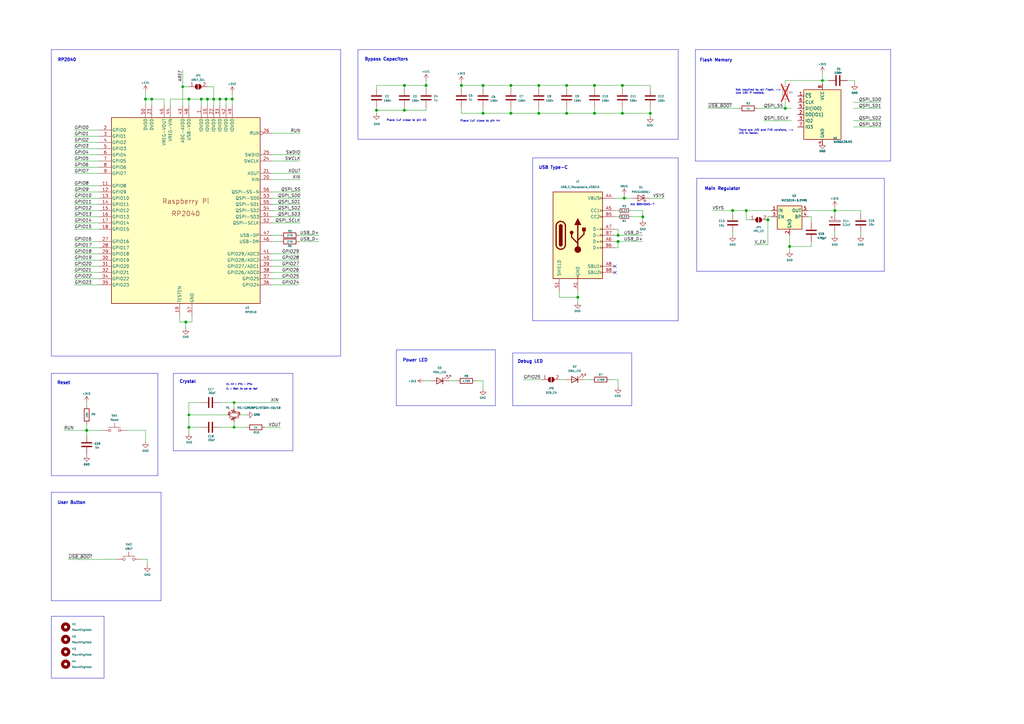
<source format=kicad_sch>
(kicad_sch (version 20230121) (generator eeschema)
  (paper "A3")
  (title_block (title "Mitayi Pico - Schematic") (date "2023-02-20") (rev "0.5") (company "CIRCUITSTATE Electronics LLP") (comment 1 "Designed by Vishnu Mohanan") (comment 2 "Copyright 2021-2023 CIRCUITSTATE Electronics LLP") (comment 3 "Released under MIT Open-source License"))
  (junction (at 220.98 35.052) (diameter 1.016))
  (junction (at 62.23 40.64) (diameter 1.016))
  (junction (at 77.47 175.26) (diameter 1.016))
  (junction (at 220.98 46.482) (diameter 1.016))
  (junction (at 209.55 46.482) (diameter 1.016))
  (junction (at 255.27 46.482) (diameter 1.016))
  (junction (at 243.84 46.482) (diameter 1.016))
  (junction (at 77.47 170.18))
  (junction (at 322.072 44.45) (diameter 1.016))
  (junction (at 76.2 132.08) (diameter 1.016))
  (junction (at 253.492 99.06) (diameter 1.016))
  (junction (at 189.23 35.052) (diameter 1.016))
  (junction (at 243.84 35.052) (diameter 1.016))
  (junction (at 95.25 40.64) (diameter 1.016))
  (junction (at 154.432 45.212) (diameter 1.016))
  (junction (at 198.12 46.482) (diameter 1.016))
  (junction (at 300.482 86.36) (diameter 1.016))
  (junction (at 232.41 35.052) (diameter 1.016))
  (junction (at 85.09 40.64) (diameter 1.016))
  (junction (at 253.492 96.52) (diameter 1.016))
  (junction (at 174.752 35.052) (diameter 1.016))
  (junction (at 165.862 35.052) (diameter 1.016))
  (junction (at 90.17 40.64) (diameter 1.016))
  (junction (at 35.56 176.53) (diameter 1.016))
  (junction (at 198.12 35.052) (diameter 1.016))
  (junction (at 74.93 35.56))
  (junction (at 92.71 40.64) (diameter 1.016))
  (junction (at 59.69 40.64) (diameter 1.016))
  (junction (at 87.63 40.64) (diameter 1.016))
  (junction (at 232.41 46.482) (diameter 1.016))
  (junction (at 256.032 81.28) (diameter 1.016))
  (junction (at 323.85 101.092) (diameter 1.016))
  (junction (at 77.47 40.64) (diameter 1.016))
  (junction (at 255.27 35.052) (diameter 1.016))
  (junction (at 96.012 175.26))
  (junction (at 342.392 86.36) (diameter 1.016))
  (junction (at 337.312 33.02))
  (junction (at 82.55 40.64) (diameter 1.016))
  (junction (at 306.07 86.36) (diameter 1.016))
  (junction (at 314.96 90.17) (diameter 1.016))
  (junction (at 236.982 121.92) (diameter 1.016))
  (junction (at 209.55 35.052) (diameter 1.016))
  (junction (at 266.7 46.482) (diameter 1.016))
  (junction (at 165.862 45.212) (diameter 1.016))
  (junction (at 263.652 88.9) (diameter 1.016))
  (junction (at 96.012 165.1))
  (no_connect (at 252.222 109.22))
  (no_connect (at 252.222 111.76))
  (wire (pts (xy 111.76 73.66) (xy 123.19 73.66)))
  (wire (pts (xy 232.41 36.322) (xy 232.41 35.052)))
  (wire (pts (xy 30.48 83.82) (xy 40.64 83.82)))
  (wire (pts (xy 174.752 43.942) (xy 174.752 45.212)))
  (wire (pts (xy 174.752 45.212) (xy 165.862 45.212)))
  (wire (pts (xy 30.48 53.34) (xy 40.64 53.34)))
  (wire (pts (xy 111.76 86.36) (xy 123.19 86.36)))
  (polyline (pts (xy 42.672 252.73) (xy 42.672 278.13)))
  (wire (pts (xy 220.98 35.052) (xy 232.41 35.052)))
  (wire (pts (xy 74.93 28.702) (xy 74.93 35.56)))
  (polyline (pts (xy 21.082 201.93) (xy 21.082 246.38)))
  (wire (pts (xy 74.93 35.56) (xy 77.47 35.56)))
  (wire (pts (xy 255.27 46.482) (xy 266.7 46.482)))
  (polyline (pts (xy 278.13 64.77) (xy 278.13 131.572)))
  (wire (pts (xy 111.76 63.5) (xy 123.19 63.5)))
  (wire (pts (xy 173.99 156.21) (xy 176.53 156.21)))
  (wire (pts (xy 337.312 29.972) (xy 337.312 33.02)))
  (polyline (pts (xy 365.252 20.32) (xy 365.252 66.04)))
  (polyline (pts (xy 120.142 184.912) (xy 71.12 184.912)))
  (wire (pts (xy 165.862 36.322) (xy 165.862 35.052)))
  (wire (pts (xy 59.69 37.592) (xy 59.69 40.64)))
  (wire (pts (xy 59.69 40.64) (xy 59.69 43.18)))
  (wire (pts (xy 82.55 175.26) (xy 77.47 175.26)))
  (wire (pts (xy 310.642 44.45) (xy 322.072 44.45)))
  (polyline (pts (xy 21.082 153.162) (xy 21.082 195.072)))
  (polyline (pts (xy 365.252 66.04) (xy 285.242 66.04)))
  (wire (pts (xy 30.48 111.76) (xy 40.64 111.76)))
  (wire (pts (xy 111.76 116.84) (xy 122.682 116.84)))
  (wire (pts (xy 111.76 111.76) (xy 122.682 111.76)))
  (wire (pts (xy 232.41 35.052) (xy 243.84 35.052)))
  (wire (pts (xy 26.162 176.53) (xy 35.56 176.53)))
  (wire (pts (xy 35.56 176.53) (xy 41.91 176.53)))
  (wire (pts (xy 198.12 35.052) (xy 209.55 35.052)))
  (wire (pts (xy 77.47 175.26) (xy 77.47 177.8)))
  (polyline (pts (xy 66.04 246.38) (xy 21.082 246.38)))
  (polyline (pts (xy 120.142 153.162) (xy 120.142 184.912)))
  (wire (pts (xy 76.2 132.08) (xy 78.74 132.08)))
  (wire (pts (xy 78.74 132.08) (xy 78.74 129.54)))
  (wire (pts (xy 184.15 156.21) (xy 187.452 156.21)))
  (wire (pts (xy 30.48 58.42) (xy 40.64 58.42)))
  (wire (pts (xy 198.12 156.21) (xy 198.12 159.512)))
  (wire (pts (xy 195.072 156.21) (xy 198.12 156.21)))
  (wire (pts (xy 77.47 40.64) (xy 82.55 40.64)))
  (wire (pts (xy 255.27 46.482) (xy 243.84 46.482)))
  (wire (pts (xy 95.25 38.1) (xy 95.25 40.64)))
  (wire (pts (xy 69.85 40.64) (xy 77.47 40.64)))
  (polyline (pts (xy 285.242 20.32) (xy 365.252 20.32)))
  (polyline (pts (xy 278.13 20.32) (xy 278.13 57.15)))
  (wire (pts (xy 220.98 46.482) (xy 209.55 46.482)))
  (polyline (pts (xy 210.312 144.78) (xy 259.08 144.78)))
  (wire (pts (xy 256.032 81.28) (xy 259.08 81.28)))
  (polyline (pts (xy 21.082 20.32) (xy 21.082 146.05)))
  (wire (pts (xy 252.222 88.9) (xy 253.492 88.9)))
  (wire (pts (xy 35.56 173.99) (xy 35.56 176.53)))
  (polyline (pts (xy 162.56 143.51) (xy 162.56 166.37)))
  (wire (pts (xy 96.012 165.1) (xy 114.3 165.1)))
  (wire (pts (xy 30.48 76.2) (xy 40.64 76.2)))
  (wire (pts (xy 30.48 86.36) (xy 40.64 86.36)))
  (wire (pts (xy 306.07 86.36) (xy 316.23 86.36)))
  (wire (pts (xy 189.23 43.942) (xy 189.23 46.482)))
  (wire (pts (xy 189.23 46.482) (xy 198.12 46.482)))
  (wire (pts (xy 255.27 43.942) (xy 255.27 46.482)))
  (wire (pts (xy 108.712 175.26) (xy 115.062 175.26)))
  (wire (pts (xy 337.312 33.02) (xy 339.852 33.02)))
  (wire (pts (xy 85.09 35.56) (xy 87.63 35.56)))
  (wire (pts (xy 30.48 93.98) (xy 40.64 93.98)))
  (wire (pts (xy 332.74 99.06) (xy 332.74 101.092)))
  (wire (pts (xy 243.84 36.322) (xy 243.84 35.052)))
  (wire (pts (xy 313.182 49.53) (xy 324.612 49.53)))
  (wire (pts (xy 30.48 78.74) (xy 40.64 78.74)))
  (wire (pts (xy 165.862 45.212) (xy 165.862 43.942)))
  (wire (pts (xy 322.072 34.29) (xy 322.072 33.02)))
  (wire (pts (xy 111.76 78.74) (xy 123.19 78.74)))
  (wire (pts (xy 77.47 170.18) (xy 93.472 170.18)))
  (wire (pts (xy 236.982 119.38) (xy 236.982 121.92)))
  (wire (pts (xy 236.982 121.92) (xy 236.982 123.952)))
  (polyline (pts (xy 21.082 201.93) (xy 66.04 201.93)))
  (wire (pts (xy 306.07 86.36) (xy 306.07 90.17)))
  (wire (pts (xy 229.362 119.38) (xy 229.362 121.92)))
  (wire (pts (xy 229.362 121.92) (xy 236.982 121.92)))
  (wire (pts (xy 52.07 176.53) (xy 59.69 176.53)))
  (wire (pts (xy 258.572 86.36) (xy 263.652 86.36)))
  (wire (pts (xy 263.652 86.36) (xy 263.652 88.9)))
  (wire (pts (xy 353.06 95.25) (xy 353.06 96.52)))
  (wire (pts (xy 122.682 96.52) (xy 130.81 96.52)))
  (wire (pts (xy 300.482 95.25) (xy 300.482 96.52)))
  (polyline (pts (xy 42.672 278.13) (xy 21.082 278.13)))
  (wire (pts (xy 292.1 86.36) (xy 300.482 86.36)))
  (wire (pts (xy 30.48 63.5) (xy 40.64 63.5)))
  (wire (pts (xy 332.74 91.44) (xy 332.74 88.9)))
  (wire (pts (xy 30.48 81.28) (xy 40.64 81.28)))
  (polyline (pts (xy 362.712 111.252) (xy 285.75 111.252)))
  (wire (pts (xy 111.76 104.14) (xy 122.682 104.14)))
  (wire (pts (xy 111.76 66.04) (xy 123.19 66.04)))
  (wire (pts (xy 96.012 175.26) (xy 101.092 175.26)))
  (wire (pts (xy 342.392 86.36) (xy 353.06 86.36)))
  (wire (pts (xy 353.06 87.63) (xy 353.06 86.36)))
  (wire (pts (xy 60.452 229.362) (xy 57.912 229.362)))
  (wire (pts (xy 300.482 87.63) (xy 300.482 86.36)))
  (wire (pts (xy 229.87 155.702) (xy 231.902 155.702)))
  (polyline (pts (xy 139.7 146.05) (xy 21.082 146.05)))
  (wire (pts (xy 30.48 101.6) (xy 40.64 101.6)))
  (wire (pts (xy 314.96 88.9) (xy 316.23 88.9)))
  (wire (pts (xy 30.48 106.68) (xy 40.64 106.68)))
  (wire (pts (xy 30.48 114.3) (xy 40.64 114.3)))
  (wire (pts (xy 243.84 46.482) (xy 232.41 46.482)))
  (wire (pts (xy 322.072 44.45) (xy 324.612 44.45)))
  (wire (pts (xy 174.752 35.052) (xy 174.752 36.322)))
  (wire (pts (xy 250.19 155.702) (xy 253.492 155.702)))
  (wire (pts (xy 253.492 155.702) (xy 253.492 158.75)))
  (wire (pts (xy 243.84 35.052) (xy 255.27 35.052)))
  (wire (pts (xy 87.63 35.56) (xy 87.63 40.64)))
  (polyline (pts (xy 71.12 153.162) (xy 120.142 153.162)))
  (wire (pts (xy 30.48 55.88) (xy 40.64 55.88)))
  (wire (pts (xy 209.55 35.052) (xy 220.98 35.052)))
  (wire (pts (xy 96.012 172.72) (xy 96.012 175.26)))
  (wire (pts (xy 111.76 83.82) (xy 123.19 83.82)))
  (wire (pts (xy 255.27 36.322) (xy 255.27 35.052)))
  (wire (pts (xy 342.392 86.36) (xy 342.392 87.63)))
  (wire (pts (xy 174.752 33.02) (xy 174.752 35.052)))
  (wire (pts (xy 214.63 155.702) (xy 222.25 155.702)))
  (wire (pts (xy 111.76 88.9) (xy 123.19 88.9)))
  (wire (pts (xy 198.12 36.322) (xy 198.12 35.052)))
  (polyline (pts (xy 21.082 153.162) (xy 64.77 153.162)))
  (wire (pts (xy 220.98 43.942) (xy 220.98 46.482)))
  (wire (pts (xy 189.23 35.052) (xy 189.23 36.322)))
  (wire (pts (xy 111.76 114.3) (xy 122.682 114.3)))
  (wire (pts (xy 59.69 176.53) (xy 59.69 181.102)))
  (wire (pts (xy 111.76 99.06) (xy 115.062 99.06)))
  (wire (pts (xy 122.682 99.06) (xy 130.81 99.06)))
  (wire (pts (xy 30.48 88.9) (xy 40.64 88.9)))
  (polyline (pts (xy 218.44 64.77) (xy 218.44 131.572)))
  (polyline (pts (xy 146.812 20.32) (xy 146.812 57.15)))
  (wire (pts (xy 220.98 36.322) (xy 220.98 35.052)))
  (polyline (pts (xy 162.56 143.51) (xy 203.2 143.51)))
  (wire (pts (xy 266.7 81.28) (xy 272.542 81.28)))
  (wire (pts (xy 314.96 88.9) (xy 314.96 90.17)))
  (wire (pts (xy 258.572 88.9) (xy 263.652 88.9)))
  (wire (pts (xy 263.652 88.9) (xy 263.652 90.17)))
  (polyline (pts (xy 21.082 252.73) (xy 42.672 252.73)))
  (wire (pts (xy 165.862 35.052) (xy 174.752 35.052)))
  (wire (pts (xy 209.55 36.322) (xy 209.55 35.052)))
  (wire (pts (xy 332.74 101.092) (xy 323.85 101.092)))
  (wire (pts (xy 35.56 186.182) (xy 35.56 186.69)))
  (wire (pts (xy 69.85 43.18) (xy 69.85 40.64)))
  (wire (pts (xy 45.5995 229.362) (xy 47.752 229.362)))
  (wire (pts (xy 154.432 45.212) (xy 154.432 46.482)))
  (wire (pts (xy 27.9773 229.4751) (xy 40.6773 229.4751)))
  (wire (pts (xy 331.47 86.36) (xy 342.392 86.36)))
  (wire (pts (xy 154.432 35.052) (xy 165.862 35.052)))
  (polyline (pts (xy 285.75 73.152) (xy 362.712 73.152)))
  (wire (pts (xy 111.76 96.52) (xy 115.062 96.52)))
  (wire (pts (xy 350.012 41.91) (xy 361.442 41.91)))
  (wire (pts (xy 77.47 165.1) (xy 77.47 170.18)))
  (wire (pts (xy 73.66 132.08) (xy 73.66 129.54)))
  (wire (pts (xy 76.2 132.08) (xy 73.66 132.08)))
  (wire (pts (xy 76.2 134.62) (xy 76.2 132.08)))
  (wire (pts (xy 30.48 116.84) (xy 40.64 116.84)))
  (wire (pts (xy 342.392 85.09) (xy 342.392 86.36)))
  (polyline (pts (xy 285.75 73.152) (xy 285.75 111.252)))
  (wire (pts (xy 90.17 175.26) (xy 96.012 175.26)))
  (wire (pts (xy 255.27 35.052) (xy 266.7 35.052)))
  (polyline (pts (xy 278.13 131.572) (xy 218.44 131.572)))
  (polyline (pts (xy 203.2 166.37) (xy 162.56 166.37)))
  (wire (pts (xy 209.55 43.942) (xy 209.55 46.482)))
  (wire (pts (xy 111.76 54.61) (xy 123.19 54.61)))
  (polyline (pts (xy 71.12 153.162) (xy 71.12 184.912)))
  (wire (pts (xy 209.55 46.482) (xy 198.12 46.482)))
  (wire (pts (xy 266.7 46.482) (xy 266.7 47.752)))
  (wire (pts (xy 350.012 44.45) (xy 361.442 44.45)))
  (wire (pts (xy 111.76 106.68) (xy 122.682 106.68)))
  (wire (pts (xy 332.74 88.9) (xy 331.47 88.9)))
  (wire (pts (xy 35.56 176.53) (xy 35.56 178.562)))
  (wire (pts (xy 303.022 44.45) (xy 290.322 44.45)))
  (wire (pts (xy 30.48 104.14) (xy 40.64 104.14)))
  (wire (pts (xy 30.48 68.58) (xy 40.64 68.58)))
  (wire (pts (xy 252.222 81.28) (xy 256.032 81.28)))
  (wire (pts (xy 256.032 81.28) (xy 256.032 80.01)))
  (wire (pts (xy 252.222 93.98) (xy 253.492 93.98)))
  (wire (pts (xy 253.492 93.98) (xy 253.492 96.52)))
  (polyline (pts (xy 21.082 252.73) (xy 21.082 278.13)))
  (wire (pts (xy 60.452 231.902) (xy 60.452 229.362)))
  (polyline (pts (xy 64.77 153.162) (xy 64.77 195.072)))
  (wire (pts (xy 342.392 95.25) (xy 342.392 96.52)))
  (wire (pts (xy 232.41 43.942) (xy 232.41 46.482)))
  (wire (pts (xy 337.312 33.02) (xy 337.312 36.83)))
  (wire (pts (xy 92.71 40.64) (xy 92.71 43.18)))
  (wire (pts (xy 111.76 91.44) (xy 123.19 91.44)))
  (wire (pts (xy 154.432 45.212) (xy 165.862 45.212)))
  (wire (pts (xy 92.71 40.64) (xy 95.25 40.64)))
  (wire (pts (xy 95.25 43.18) (xy 95.25 40.64)))
  (wire (pts (xy 323.85 101.092) (xy 323.85 102.87)))
  (polyline (pts (xy 362.712 73.152) (xy 362.712 111.252)))
  (wire (pts (xy 96.012 165.1) (xy 96.012 167.64)))
  (wire (pts (xy 252.222 99.06) (xy 253.492 99.06)))
  (wire (pts (xy 253.492 99.06) (xy 263.652 99.06)))
  (wire (pts (xy 252.222 86.36) (xy 253.492 86.36)))
  (wire (pts (xy 74.93 35.56) (xy 74.93 43.18)))
  (polyline (pts (xy 278.13 57.15) (xy 146.812 57.15)))
  (wire (pts (xy 347.472 33.02) (xy 350.52 33.02)))
  (wire (pts (xy 350.52 33.02) (xy 350.52 34.29)))
  (polyline (pts (xy 66.04 201.93) (xy 66.04 246.38)))
  (wire (pts (xy 154.432 43.942) (xy 154.432 45.212)))
  (wire (pts (xy 306.07 90.17) (xy 307.34 90.17)))
  (wire (pts (xy 198.12 43.942) (xy 198.12 46.482)))
  (wire (pts (xy 266.7 43.942) (xy 266.7 46.482)))
  (wire (pts (xy 239.522 155.702) (xy 242.57 155.702)))
  (polyline (pts (xy 21.082 20.32) (xy 139.7 20.32)))
  (wire (pts (xy 77.47 43.18) (xy 77.47 40.64)))
  (polyline (pts (xy 139.7 20.32) (xy 139.7 146.05)))
  (wire (pts (xy 309.372 100.33) (xy 314.96 100.33)))
  (wire (pts (xy 314.96 100.33) (xy 314.96 90.17)))
  (wire (pts (xy 98.552 170.18) (xy 101.092 170.18)))
  (wire (pts (xy 189.23 33.782) (xy 189.23 35.052)))
  (wire (pts (xy 30.48 60.96) (xy 40.64 60.96)))
  (polyline (pts (xy 218.44 64.77) (xy 278.13 64.77)))
  (wire (pts (xy 30.48 99.06) (xy 40.64 99.06)))
  (polyline (pts (xy 203.2 143.51) (xy 203.2 166.37)))
  (wire (pts (xy 323.85 96.52) (xy 323.85 101.092)))
  (wire (pts (xy 350.012 52.07) (xy 361.442 52.07)))
  (wire (pts (xy 189.23 35.052) (xy 198.12 35.052)))
  (wire (pts (xy 90.17 43.18) (xy 90.17 40.64)))
  (wire (pts (xy 111.76 109.22) (xy 122.682 109.22)))
  (wire (pts (xy 82.55 165.1) (xy 77.47 165.1)))
  (wire (pts (xy 59.69 40.64) (xy 62.23 40.64)))
  (wire (pts (xy 62.23 43.18) (xy 62.23 40.64)))
  (wire (pts (xy 85.09 40.64) (xy 87.63 40.64)))
  (wire (pts (xy 87.63 40.64) (xy 90.17 40.64)))
  (wire (pts (xy 87.63 43.18) (xy 87.63 40.64)))
  (wire (pts (xy 90.17 40.64) (xy 92.71 40.64)))
  (polyline (pts (xy 259.08 144.78) (xy 259.08 166.37)))
  (wire (pts (xy 40.6773 229.4751) (xy 45.5995 229.362)))
  (wire (pts (xy 252.222 101.6) (xy 253.492 101.6)))
  (wire (pts (xy 253.492 101.6) (xy 253.492 99.06)))
  (polyline (pts (xy 64.77 195.072) (xy 21.082 195.072)))
  (wire (pts (xy 322.072 41.91) (xy 322.072 44.45)))
  (wire (pts (xy 252.222 96.52) (xy 253.492 96.52)))
  (wire (pts (xy 253.492 96.52) (xy 263.652 96.52)))
  (wire (pts (xy 67.31 40.64) (xy 62.23 40.64)))
  (wire (pts (xy 67.31 43.18) (xy 67.31 40.64)))
  (wire (pts (xy 90.17 165.1) (xy 96.012 165.1)))
  (wire (pts (xy 30.48 66.04) (xy 40.64 66.04)))
  (wire (pts (xy 322.072 33.02) (xy 337.312 33.02)))
  (wire (pts (xy 77.47 170.18) (xy 77.47 175.26)))
  (wire (pts (xy 111.76 81.28) (xy 123.19 81.28)))
  (polyline (pts (xy 259.08 166.37) (xy 210.312 166.37)))
  (wire (pts (xy 350.012 49.53) (xy 361.442 49.53)))
  (wire (pts (xy 300.482 86.36) (xy 306.07 86.36)))
  (polyline (pts (xy 146.812 20.32) (xy 278.13 20.32)))
  (wire (pts (xy 82.55 40.64) (xy 85.09 40.64)))
  (wire (pts (xy 85.09 43.18) (xy 85.09 40.64)))
  (wire (pts (xy 232.41 46.482) (xy 220.98 46.482)))
  (wire (pts (xy 35.56 165.1) (xy 35.56 166.37)))
  (wire (pts (xy 154.432 36.322) (xy 154.432 35.052)))
  (wire (pts (xy 243.84 43.942) (xy 243.84 46.482)))
  (wire (pts (xy 266.7 36.322) (xy 266.7 35.052)))
  (polyline (pts (xy 210.312 144.78) (xy 210.312 166.37)))
  (wire (pts (xy 111.76 71.12) (xy 123.19 71.12)))
  (wire (pts (xy 30.48 71.12) (xy 40.64 71.12)))
  (polyline (pts (xy 285.242 20.32) (xy 285.242 66.04)))
  (wire (pts (xy 337.312 57.15) (xy 337.312 58.42)))
  (wire (pts (xy 82.55 43.18) (xy 82.55 40.64)))
  (wire (pts (xy 30.48 109.22) (xy 40.64 109.22)))
  (wire (pts (xy 30.48 91.44) (xy 40.64 91.44)))
  (text "USB Type-C" (at 220.853 69.596 0) (effects (font (size 1.27 1.27) (thickness 0.254) bold) (justify left bottom)))
  (text "Main Regulator" (at 288.925 78.232 0) (effects (font (size 1.27 1.27) (thickness 0.254) bold) (justify left bottom)))
  (text "RP2040" (at 23.622 25.4 0) (effects (font (size 1.27 1.27) (thickness 0.254) bold) (justify left bottom)))
  (text "Alt: B0540WS-7" (at 258.445 84.455 0) (effects (font (size 0.8 0.8)) (justify left bottom)))
  (text "Bypass Capacitors" (at 149.479 25.146 0) (effects (font (size 1.27 1.27) (thickness 0.254) bold) (justify left bottom)))
  (text "Place 1uF close to pin 45" (at 158.496 49.911 0) (effects (font (size 0.8 0.8)) (justify left bottom)))
  (text "Debug LED" (at 212.217 149.098 0) (effects (font (size 1.27 1.27) (thickness 0.254) bold) (justify left bottom)))
  (text "There are JVS and FVS versions. ->\nJVS is faster." (at 302.895 55.245 0) (effects (font (size 0.8 0.8)) (justify left bottom)))
  (text "Crystal" (at 73.533 157.353 0) (effects (font (size 1.27 1.27) (thickness 0.254) bold) (justify left bottom)))
  (text "Power LED" (at 165.1 148.59 0) (effects (font (size 1.27 1.27) (thickness 0.254) bold) (justify left bottom)))
  (text "Not required by all Flash. ->\nUse 10K if needed." (at 301.625 38.735 0) (effects (font (size 0.8 0.8)) (justify left bottom)))
  (text "C1, C2 = 2*CL - 2*Cs\n\nCL = 20pF, Cs can be ~5pF" (at 92.71 160.02 0) (effects (font (size 0.6 0.6)) (justify left bottom)))
  (text "Reset" (at 23.368 157.861 0) (effects (font (size 1.27 1.27) (thickness 0.254) bold) (justify left bottom)))
  (text "Place 1uF close to pin 44" (at 188.722 50.165 0) (effects (font (size 0.8 0.8)) (justify left bottom)))
  (text "Flash Memory" (at 286.893 25.527 0) (effects (font (size 1.27 1.27) (thickness 0.254) bold) (justify left bottom)))
  (text "User Button" (at 23.495 207.01 0) (effects (font (size 1.27 1.27) (thickness 0.254) bold) (justify left bottom)))
  (label "QSPI_SS" (at 313.182 44.45 0) (effects (font italic)))
  (label "QSPI_SD3" (at 123.19 88.9 180) (effects (font italic)))
  (label "GPIO9" (at 30.48 78.74 0) (effects (font italic)))
  (label "GPIO6" (at 30.48 68.58 0) (effects (font italic)))
  (label "VSYS" (at 272.542 81.28 180) (effects (font italic)))
  (label "QSPI_SD1" (at 123.19 83.82 180) (effects (font italic)))
  (label "RUN" (at 123.19 54.61 180) (effects (font italic)))
  (label "GPIO25" (at 214.63 155.702 0) (effects (font italic)))
  (label "GPIO4" (at 30.48 63.5 0) (effects (font italic)))
  (label "VSYS" (at 292.1 86.36 0) (effects (font italic)))
  (label "XOUT" (at 123.19 71.12 180) (effects (font italic)))
  (label "GPIO11" (at 30.48 83.82 0) (effects (font italic)))
  (label "USB_D-" (at 263.652 96.52 180) (effects (font italic)))
  (label "GPIO23" (at 30.48 116.84 0) (effects (font italic)))
  (label "GPIO7" (at 30.48 71.12 0) (effects (font italic)))
  (label "USB_D+" (at 130.81 96.52 180) (effects (font italic)))
  (label "QSPI_SCLK" (at 123.19 91.44 180) (effects (font italic)))
  (label "USB_D+" (at 263.652 99.06 180) (effects (font italic)))
  (label "XOUT" (at 115.062 175.26 180) (effects (font italic)))
  (label "QSPI_SD2" (at 361.442 49.53 180) (effects (font italic)))
  (label "GPIO15" (at 30.48 93.98 0) (effects (font italic)))
  (label "QSPI_SD0" (at 123.19 81.28 180) (effects (font italic)))
  (label "QSPI_SD1" (at 361.442 44.45 180) (effects (font italic)))
  (label "GPIO2" (at 30.48 58.42 0) (effects (font italic)))
  (label "RUN" (at 26.162 176.53 0) (effects (font italic)))
  (label "GPIO10" (at 30.48 81.28 0) (effects (font italic)))
  (label "GPIO27" (at 122.682 109.22 180) (effects (font italic)))
  (label "GPIO28" (at 122.682 106.68 180) (effects (font italic)))
  (label "GPIO16" (at 30.48 99.06 0) (effects (font italic)))
  (label "GPIO20" (at 30.48 109.22 0) (effects (font italic)))
  (label "GPIO8" (at 30.48 76.2 0) (effects (font italic)))
  (label "GPIO14" (at 30.48 91.44 0) (effects (font italic)))
  (label "GPIO19" (at 30.48 106.68 0) (effects (font italic)))
  (label "GPIO22" (at 30.48 114.3 0) (effects (font italic)))
  (label "XIN" (at 123.19 73.66 180) (effects (font italic)))
  (label "GPIO12" (at 30.48 86.36 0) (effects (font italic)))
  (label "QSPI_SD3" (at 361.442 52.07 180) (effects (font italic)))
  (label "QSPI_SD2" (at 123.19 86.36 180) (effects (font italic)))
  (label "~{USB_BOOT}" (at 27.9773 229.4751 0) (effects (font italic)))
  (label "GPIO25" (at 122.682 114.3 180) (effects (font italic)))
  (label "AREF" (at 74.93 28.702 270) (effects (font italic)))
  (label "GPIO24" (at 122.682 116.84 180) (effects (font italic)))
  (label "SWDIO" (at 123.19 63.5 180) (effects (font italic)))
  (label "XIN" (at 114.3 165.1 180) (effects (font italic)))
  (label "GPIO5" (at 30.48 66.04 0) (effects (font italic)))
  (label "GPIO1" (at 30.48 55.88 0) (effects (font italic)))
  (label "QSPI_SCLK" (at 313.182 49.53 0) (effects (font italic)))
  (label "QSPI_SS" (at 123.19 78.74 180) (effects (font italic)))
  (label "GPIO3" (at 30.48 60.96 0) (effects (font italic)))
  (label "USB_D-" (at 130.81 99.06 180) (effects (font italic)))
  (label "GPIO21" (at 30.48 111.76 0) (effects (font italic)))
  (label "~{USB_BOOT}" (at 290.322 44.45 0) (effects (font italic)))
  (label "GPIO13" (at 30.48 88.9 0) (effects (font italic)))
  (label "GPIO18" (at 30.48 104.14 0) (effects (font italic)))
  (label "V_EN" (at 309.372 100.33 0) (effects (font italic)))
  (label "GPIO26" (at 122.682 111.76 180) (effects (font italic)))
  (label "GPIO0" (at 30.48 53.34 0) (effects (font italic)))
  (label "SWCLK" (at 123.19 66.04 180) (effects (font italic)))
  (label "GPIO17" (at 30.48 101.6 0) (effects (font italic)))
  (label "GPIO29" (at 122.682 104.14 180) (effects (font italic)))
  (label "QSPI_SD0" (at 361.442 41.91 180) (effects (font italic)))
  (symbol (lib_id "power:GND") (at 353.06 96.52 0) (unit 1)
    (property "Reference" "#PWR019" (effects hide))
    (property "Value" "GND" (at 353.06 100.33 0) (effects (font (size 0.8 0.8))))
  )
  (symbol (lib_id "power:GND") (at 266.7 47.752 0) (unit 1)
    (property "Reference" "#PWR08" (effects hide))
    (property "Value" "GND" (at 266.573 51.3842 0) (effects (font (size 0.8 0.8))))
  )
  (symbol (lib_id "Connector:USB_C_Receptacle_USB2.0") (at 236.982 96.52 0) (unit 1)
    (property "Reference" "J2" (at 236.855 74.422 0) (effects (font (size 0.8 0.8))))
    (property "Value" "USB_C_Receptacle_USB2.0" (at 237.871 76.708 0) (effects (font (size 0.8 0.8))))
    (property "Footprint" "00ProjectFootprints:Korean-Hroparts-Elec_TYPE-C-31-M-12" (effects hide))
    (property "Datasheet" "https://www.usb.org/sites/default/files/documents/usb_type-c.zip" (effects hide))
    (property "JLC" "C5337088" (effects hide))
  )
  (symbol (lib_id "Device:C") (at 86.36 165.1 270) (unit 1)
    (property "Reference" "C17" (at 85.2424 159.639 90) (effects (font (size 0.8 0.8)) (justify left)))
    (property "Value" "30pF" (at 85.471 161.163 90) (effects (font (size 0.8 0.8)) (justify left)))
    (property "Footprint" "Capacitor_SMD:C_0402_1005Metric_Pad0.74x0.62mm_HandSolder" (effects hide))
  )
  (symbol (lib_id "Device:C") (at 174.752 40.132 0) (unit 1)
    (property "Reference" "C4" (at 177.927 39.4716 0) (effects (font (size 0.8 0.8)) (justify left)))
    (property "Value" "1u" (at 177.927 41.021 0) (effects (font (size 0.8 0.8)) (justify left)))
    (property "Footprint" "Capacitor_SMD:C_0402_1005Metric_Pad0.74x0.62mm_HandSolder" (effects hide))
  )
  (symbol (lib_id "power:+3V3") (at 342.392 85.09 0) (unit 1)
    (property "Reference" "#PWR014" (effects hide))
    (property "Value" "+3V3" (at 342.265 81.4578 0) (effects (font (size 0.8 0.8))))
  )
  (symbol (lib_id "power:GND") (at 337.312 58.42 0) (unit 1)
    (property "Reference" "#PWR010" (effects hide))
    (property "Value" "GND" (at 337.312 61.976 0) (effects (font (size 0.8 0.8))))
  )
  (symbol (lib_id "Diode:MBR1020VL") (at 262.89 81.28 180) (unit 1)
    (property "Reference" "D1" (at 262.89 76.835 0) (effects (font (size 0.8 0.8))))
    (property "Value" "PMEG4005EJ" (at 262.89 78.74 0) (effects (font (size 0.8 0.8))))
    (property "Footprint" "Diode_SMD:D_SOD-123F" (effects hide))
    (property "Datasheet" "https://www.onsemi.com/pub/Collateral/MBR1020VL-D.PDF" (effects hide))
  )
  (symbol (lib_id "power:GND") (at 323.85 102.87 0) (unit 1)
    (property "Reference" "#PWR020" (effects hide))
    (property "Value" "GND" (at 323.85 106.68 0) (effects (font (size 0.8 0.8))))
  )
  (symbol (lib_id "Device:C") (at 35.56 182.372 0) (unit 1)
    (property "Reference" "C19" (at 38.735 181.9656 0) (effects (font (size 0.8 0.8)) (justify left)))
    (property "Value" "1u" (at 38.989 183.515 0) (effects (font (size 0.8 0.8)) (justify left)))
    (property "Footprint" "Capacitor_SMD:C_0402_1005Metric_Pad0.74x0.62mm_HandSolder" (effects hide))
  )
  (symbol (lib_id "Memory_Flash:W25Q128JVS") (at 337.312 46.99 0) (unit 1)
    (property "Reference" "U1" (at 342.646 56.642 0) (effects (font (size 0.8 0.8))))
    (property "Value" "W25Q128JVS" (at 345.694 58.166 0) (effects (font (size 0.8 0.8))))
    (property "Footprint" "00ProjectFootprints:SOIC-8_5.23x5.23mm_P1.27mm" (effects hide))
    (property "Datasheet" "http://www.winbond.com/resource-files/w25q128jv_dtr%20revc%2003272018%20plus.pdf" (effects hide))
  )
  (symbol (lib_id "Device:R") (at 322.072 38.1 0) (unit 1) (dnp yes)
    (property "Reference" "R1" (at 323.596 37.9476 0) (effects (font (size 0.8 0.8)) (justify left)))
    (property "Value" "DNP" (at 322.072 39.243 90) (effects (font (size 0.8 0.8)) (justify left)))
    (property "Footprint" "Resistor_SMD:R_0402_1005Metric_Pad0.72x0.64mm_HandSolder" (effects hide))
  )
  (symbol (lib_id "power:+3V3") (at 95.25 38.1 0) (unit 1)
    (property "Reference" "#PWR06" (effects hide))
    (property "Value" "+3V3" (at 95.123 34.4678 0) (effects (font (size 0.8 0.8))))
  )
  (symbol (lib_id "Device:C") (at 209.55 40.132 0) (unit 1)
    (property "Reference" "C7" (at 212.979 39.4716 0) (effects (font (size 0.8 0.8)) (justify left)))
    (property "Value" "100n" (at 212.471 41.275 0) (effects (font (size 0.8 0.8)) (justify left)))
    (property "Footprint" "Capacitor_SMD:C_0402_1005Metric_Pad0.74x0.62mm_HandSolder" (effects hide))
  )
  (symbol (lib_id "power:GND") (at 35.56 186.69 0) (unit 1)
    (property "Reference" "#PWR034" (effects hide))
    (property "Value" "GND" (at 35.56 190.5 0) (effects (font (size 0.8 0.8))))
  )
  (symbol (lib_id "CIRCUITSTATE-Microcontrollers:RP2040") (at 45.72 124.46 0) (unit 1)
    (property "Reference" "U3" (at 101.346 126.238 0) (effects (font (size 0.8 0.8))))
    (property "Value" "RP2040" (at 102.87 128.016 0) (effects (font (size 0.8 0.8))))
    (property "Footprint" "00ProjectFootprints:RP2040-QFN-56" (effects hide))
    (property "Datasheet" "https://datasheets.raspberrypi.org/rp2040/rp2040-datasheet.pdf" (effects hide))
    (property "Author" "CIRCUITSTATE Electronics" (effects hide))
    (property "License" "CC BY 4.0" (effects hide))
    (property "Revision" "1.3" (effects hide))
  )
  (symbol (lib_id "power:+3V3") (at 35.56 165.1 0) (unit 1)
    (property "Reference" "#PWR029" (effects hide))
    (property "Value" "+3V3" (at 35.433 161.4678 0) (effects (font (size 0.8 0.8))))
  )
  (symbol (lib_id "power:GND") (at 198.12 159.512 0) (unit 1)
    (property "Reference" "#PWR028" (effects hide))
    (property "Value" "GND" (at 197.993 163.1442 0) (effects (font (size 0.8 0.8))))
  )
  (symbol (lib_id "Device:R_Small") (at 256.032 86.36 90) (unit 1)
    (property "Reference" "R3" (at 256.032 84.582 90) (effects (font (size 0.8 0.8))))
    (property "Value" "5.1K" (at 256.032 86.36 90) (effects (font (size 0.8 0.8))))
    (property "Footprint" "Resistor_SMD:R_0402_1005Metric_Pad0.72x0.64mm_HandSolder" (effects hide))
  )
  (symbol (lib_id "Device:C") (at 343.662 33.02 90) (unit 1)
    (property "Reference" "C1" (at 344.9066 28.321 90) (effects (font (size 0.8 0.8)) (justify left)))
    (property "Value" "100n" (at 345.313 29.845 90) (effects (font (size 0.8 0.8)) (justify left)))
    (property "Footprint" "Capacitor_SMD:C_0402_1005Metric_Pad0.74x0.62mm_HandSolder" (effects hide))
  )
  (symbol (lib_id "power:GND") (at 350.52 34.29 0) (unit 1)
    (property "Reference" "#PWR04" (effects hide))
    (property "Value" "GND" (at 350.52 38.1 0) (effects (font (size 0.8 0.8))))
  )
  (symbol (lib_id "power:GND") (at 300.482 96.52 0) (unit 1)
    (property "Reference" "#PWR017" (effects hide))
    (property "Value" "GND" (at 300.482 100.33 0) (effects (font (size 0.8 0.8))))
  )
  (symbol (lib_id "power:GND") (at 154.432 46.482 0) (unit 1)
    (property "Reference" "#PWR07" (effects hide))
    (property "Value" "GND" (at 154.559 50.8762 0) (effects (font (size 0.8 0.8))))
  )
  (symbol (lib_id "Device:C") (at 220.98 40.132 0) (unit 1)
    (property "Reference" "C8" (at 224.409 39.4716 0) (effects (font (size 0.8 0.8)) (justify left)))
    (property "Value" "100n" (at 223.901 41.275 0) (effects (font (size 0.8 0.8)) (justify left)))
    (property "Footprint" "Capacitor_SMD:C_0402_1005Metric_Pad0.74x0.62mm_HandSolder" (effects hide))
  )
  (symbol (lib_id "power:GND") (at 77.47 177.8 0) (unit 1)
    (property "Reference" "#PWR032" (effects hide))
    (property "Value" "GND" (at 77.597 181.4322 0) (effects (font (size 0.8 0.8))))
  )
  (symbol (lib_id "power:GND") (at 59.69 181.102 0) (unit 1)
    (property "Reference" "#PWR033" (effects hide))
    (property "Value" "GND" (at 59.69 184.912 0) (effects (font (size 0.8 0.8))))
  )
  (symbol (lib_id "Device:R") (at 35.56 170.18 0) (unit 1)
    (property "Reference" "R9" (at 38.3032 169.926 0) (effects (font (size 0.8 0.8))))
    (property "Value" "10K" (at 35.6616 170.18 90) (effects (font (size 0.8 0.8))))
    (property "Footprint" "Resistor_SMD:R_0402_1005Metric_Pad0.72x0.64mm_HandSolder" (effects hide))
  )
  (symbol (lib_id "Device:C") (at 266.7 40.132 0) (unit 1)
    (property "Reference" "C12" (at 269.875 39.4716 0) (effects (font (size 0.8 0.8)) (justify left)))
    (property "Value" "100n" (at 269.621 41.275 0) (effects (font (size 0.8 0.8)) (justify left)))
    (property "Footprint" "Capacitor_SMD:C_0402_1005Metric_Pad0.74x0.62mm_HandSolder" (effects hide))
  )
  (symbol (lib_id "power:GND") (at 236.982 123.952 0) (unit 1)
    (property "Reference" "#PWR022" (effects hide))
    (property "Value" "GND" (at 236.855 127.5842 0) (effects (font (size 0.8 0.8))))
  )
  (symbol (lib_id "Device:R_Small") (at 256.032 88.9 90) (unit 1)
    (property "Reference" "R4" (at 256.032 90.678 90) (effects (font (size 0.8 0.8))))
    (property "Value" "5.1K" (at 256.032 88.9 90) (effects (font (size 0.8 0.8))))
    (property "Footprint" "Resistor_SMD:R_0402_1005Metric_Pad0.72x0.64mm_HandSolder" (effects hide))
  )
  (symbol (lib_id "Jumper:SolderJumper_2_Open") (at 226.06 155.702 0) (unit 1)
    (property "Reference" "JP5" (at 226.06 159.258 0) (effects (font (size 0.8 0.8))))
    (property "Value" "DEB_EN" (at 226.06 161.036 0) (effects (font (size 0.8 0.8))))
    (property "Footprint" "CIRCUITSTATE_Jumper_SMD:Solder-Jumper_2P_Open_0402" (effects hide))
  )
  (symbol (lib_id "Device:C") (at 243.84 40.132 0) (unit 1)
    (property "Reference" "C10" (at 247.015 39.4716 0) (effects (font (size 0.8 0.8)) (justify left)))
    (property "Value" "100n" (at 246.761 41.275 0) (effects (font (size 0.8 0.8)) (justify left)))
    (property "Footprint" "Capacitor_SMD:C_0402_1005Metric_Pad0.74x0.62mm_HandSolder" (effects hide))
  )
  (symbol (lib_id "Device:C") (at 198.12 40.132 0) (unit 1)
    (property "Reference" "C6" (at 201.549 39.7256 0) (effects (font (size 0.8 0.8)) (justify left)))
    (property "Value" "100n" (at 201.041 41.275 0) (effects (font (size 0.8 0.8)) (justify left)))
    (property "Footprint" "Capacitor_SMD:C_0402_1005Metric_Pad0.74x0.62mm_HandSolder" (effects hide))
  )
  (symbol (lib_id "power:GND") (at 253.492 158.75 0) (unit 1)
    (property "Reference" "#PWR027" (effects hide))
    (property "Value" "GND" (at 253.365 162.3822 0) (effects (font (size 0.8 0.8))))
  )
  (symbol (lib_id "Device:R") (at 104.902 175.26 270) (unit 1)
    (property "Reference" "R10" (at 105.156 177.3682 90) (effects (font (size 0.8 0.8))))
    (property "Value" "1k" (at 104.902 175.3616 90) (effects (font (size 0.8 0.8))))
    (property "Footprint" "Resistor_SMD:R_0402_1005Metric_Pad0.72x0.64mm_HandSolder" (effects hide))
  )
  (symbol (lib_id "Mechanical:MountingHole") (at 26.924 267.335 0) (unit 1)
    (property "Reference" "H3" (at 29.464 266.1666 0) (effects (font (size 0.8 0.8)) (justify left)))
    (property "Value" "MountingHole" (at 29.464 268.478 0) (effects (font (size 0.8 0.8)) (justify left)))
    (property "Footprint" "MountingHole:MountingHole_2.2mm_M2" (effects hide))
  )
  (symbol (lib_id "Mechanical:MountingHole") (at 26.924 257.175 0) (unit 1)
    (property "Reference" "H1" (at 29.464 256.0066 0) (effects (font (size 0.8 0.8)) (justify left)))
    (property "Value" "MountingHole" (at 29.464 258.318 0) (effects (font (size 0.8 0.8)) (justify left)))
    (property "Footprint" "MountingHole:MountingHole_2.2mm_M2" (effects hide))
  )
  (symbol (lib_id "Device:C") (at 154.432 40.132 0) (unit 1)
    (property "Reference" "C2" (at 157.861 39.4716 0) (effects (font (size 0.8 0.8)) (justify left)))
    (property "Value" "100n" (at 157.353 41.275 0) (effects (font (size 0.8 0.8)) (justify left)))
    (property "Footprint" "Capacitor_SMD:C_0402_1005Metric_Pad0.74x0.62mm_HandSolder" (effects hide))
  )
  (symbol (lib_id "Jumper:SolderJumper_2_Open") (at 81.28 35.56 0) (mirror x) (unit 1)
    (property "Reference" "JP1" (at 81.28 30.988 0) (effects (font (size 0.8 0.8))))
    (property "Value" "AREF_SEL" (at 81.28 32.766 0) (effects (font (size 0.8 0.8))))
    (property "Footprint" "CIRCUITSTATE_Jumper_SMD:Solder-Jumper_2P_Open_0402" (effects hide))
  )
  (symbol (lib_id "power:+3V3") (at 173.99 156.21 90) (unit 1)
    (property "Reference" "#PWR026" (effects hide))
    (property "Value" "+3V3" (at 169.0878 156.337 90) (effects (font (size 0.8 0.8))))
  )
  (symbol (lib_id "power:GND") (at 60.452 231.902 0) (unit 1)
    (property "Reference" "#PWR038" (effects hide))
    (property "Value" "GND" (at 60.452 235.712 0) (effects (font (size 0.8 0.8))))
  )
  (symbol (lib_id "Device:R") (at 191.262 156.21 270) (unit 1)
    (property "Reference" "R8" (at 191.262 154.2542 90) (effects (font (size 0.8 0.8))))
    (property "Value" "470R" (at 191.262 156.3116 90) (effects (font (size 0.8 0.8))))
    (property "Footprint" "Resistor_SMD:R_0402_1005Metric_Pad0.72x0.64mm_HandSolder" (effects hide))
  )
  (symbol (lib_id "Device:C") (at 165.862 40.132 0) (unit 1) (in_bom no) (on_board no)
    (property "Reference" "C3" (at 169.291 39.4716 0) (effects (font (size 0.8 0.8)) (justify left)))
    (property "Value" "100n" (at 168.783 41.275 0) (effects (font (size 0.8 0.8)) (justify left)))
    (property "Footprint" "Capacitor_SMD:C_0402_1005Metric_Pad0.74x0.62mm_HandSolder" (effects hide))
  )
  (symbol (lib_id "Jumper:SolderJumper_2_Open") (at 311.15 90.17 0) (unit 1)
    (property "Reference" "JP4" (at 311.15 93.218 0) (effects (font (size 0.8 0.8))))
    (property "Value" "VR1_CE" (at 311.15 94.742 0) (effects (font (size 0.8 0.8))))
    (property "Footprint" "CIRCUITSTATE_Jumper_SMD:Solder-Jumper_2P_Open_0402" (effects hide))
  )
  (symbol (lib_id "power:+3V3") (at 337.312 29.972 0) (unit 1)
    (property "Reference" "#PWR01" (effects hide))
    (property "Value" "+3V3" (at 337.185 26.3398 0) (effects (font (size 0.8 0.8))))
  )
  (symbol (lib_id "Device:C_Polarized") (at 342.392 91.44 0) (unit 1)
    (property "Reference" "C14" (at 345.694 90.6779 0) (effects (font (size 0.8 0.8)) (justify left)))
    (property "Value" "2.2uF" (at 345.44 92.2019 0) (effects (font (size 0.8 0.8)) (justify left)))
    (property "Footprint" "Capacitor_Tantalum_SMD:CP_EIA-2012-12_Kemet-R" (effects hide))
  )
  (symbol (lib_id "Device:C") (at 189.23 40.132 0) (unit 1)
    (property "Reference" "C5" (at 192.151 39.2176 0) (effects (font (size 0.8 0.8)) (justify left)))
    (property "Value" "1u" (at 192.151 40.767 0) (effects (font (size 0.8 0.8)) (justify left)))
    (property "Footprint" "Capacitor_SMD:C_0402_1005Metric_Pad0.74x0.62mm_HandSolder" (effects hide))
  )
  (symbol (lib_id "Device:C") (at 255.27 40.132 0) (unit 1)
    (property "Reference" "C11" (at 258.445 39.4716 0) (effects (font (size 0.8 0.8)) (justify left)))
    (property "Value" "100n" (at 258.191 41.275 0) (effects (font (size 0.8 0.8)) (justify left)))
    (property "Footprint" "Capacitor_SMD:C_0402_1005Metric_Pad0.74x0.62mm_HandSolder" (effects hide))
  )
  (symbol (lib_id "power:+1V1") (at 59.69 37.592 0) (unit 1)
    (property "Reference" "#PWR05" (effects hide))
    (property "Value" "+1V1" (at 59.563 33.9598 0) (effects (font (size 0.8 0.8))))
  )
  (symbol (lib_id "power:GND") (at 342.392 96.52 0) (unit 1)
    (property "Reference" "#PWR018" (effects hide))
    (property "Value" "GND" (at 342.392 100.33 0) (effects (font (size 0.8 0.8))))
  )
  (symbol (lib_id "Device:LED") (at 180.34 156.21 180) (unit 1)
    (property "Reference" "D3" (at 180.2765 150.876 0) (effects (font (size 0.8 0.8))))
    (property "Value" "POW_LED" (at 180.2765 152.654 0) (effects (font (size 0.8 0.8))))
    (property "Footprint" "LED_SMD:LED_0603_1608Metric" (effects hide))
  )
  (symbol (lib_id "Device:C") (at 300.482 91.44 0) (unit 1)
    (property "Reference" "C13" (at 294.767 90.6526 0) (effects (font (size 0.8 0.8)) (justify left)))
    (property "Value" "10u" (at 294.767 92.456 0) (effects (font (size 0.8 0.8)) (justify left)))
    (property "Footprint" "Capacitor_SMD:C_0603_1608Metric" (effects hide))
  )
  (symbol (lib_id "Device:C") (at 232.41 40.132 0) (unit 1)
    (property "Reference" "C9" (at 235.839 39.4716 0) (effects (font (size 0.8 0.8)) (justify left)))
    (property "Value" "100n" (at 235.331 41.275 0) (effects (font (size 0.8 0.8)) (justify left)))
    (property "Footprint" "Capacitor_SMD:C_0402_1005Metric_Pad0.74x0.62mm_HandSolder" (effects hide))
  )
  (symbol (lib_id "Mechanical:MountingHole") (at 26.924 272.415 0) (unit 1)
    (property "Reference" "H4" (at 29.464 271.2466 0) (effects (font (size 0.8 0.8)) (justify left)))
    (property "Value" "MountingHole" (at 29.464 273.558 0) (effects (font (size 0.8 0.8)) (justify left)))
    (property "Footprint" "MountingHole:MountingHole_2.2mm_M2" (effects hide))
  )
  (symbol (lib_id "Device:LED") (at 235.712 155.702 180) (unit 1)
    (property "Reference" "D2" (at 235.6485 150.368 0) (effects (font (size 0.8 0.8))))
    (property "Value" "DBG_LED" (at 235.6485 152.146 0) (effects (font (size 0.8 0.8))))
    (property "Footprint" "LED_SMD:LED_0603_1608Metric" (effects hide))
  )
  (symbol (lib_id "power:GND") (at 76.2 134.62 0) (unit 1)
    (property "Reference" "#PWR025" (effects hide))
    (property "Value" "GND" (at 76.2 138.176 0) (effects (font (size 0.8 0.8))))
  )
  (symbol (lib_id "Device:R") (at 118.872 96.52 270) (unit 1)
    (property "Reference" "R5" (at 118.872 94.8182 90) (effects (font (size 0.8 0.8))))
    (property "Value" "27R" (at 118.872 96.6216 90) (effects (font (size 0.8 0.8))))
    (property "Footprint" "Resistor_SMD:R_0402_1005Metric_Pad0.72x0.64mm_HandSolder" (effects hide))
  )
  (symbol (lib_id "power:GND") (at 101.092 170.18 90) (unit 1)
    (property "Reference" "#PWR031" (effects hide))
    (property "Value" "GND" (at 105.3592 170.053 90) (effects (font (size 0.8 0.8))))
  )
  (symbol (lib_id "Device:C") (at 332.74 95.25 0) (unit 1)
    (property "Reference" "C16" (at 335.661 95.8596 0) (effects (font (size 0.8 0.8)) (justify left)))
    (property "Value" "470pF" (at 335.153 97.663 0) (effects (font (size 0.8 0.8)) (justify left)))
    (property "Footprint" "Capacitor_SMD:C_0402_1005Metric_Pad0.74x0.62mm_HandSolder" (effects hide))
  )
  (symbol (lib_id "Switch:SW_Push") (at 52.832 229.362 0) (unit 1)
    (property "Reference" "SW2" (at 52.832 223.266 0) (effects (font (size 0.8 0.8))))
    (property "Value" "UBUT" (at 52.832 225.044 0) (effects (font (size 0.8 0.8))))
    (property "Footprint" "CIRCUITSTATE_Switch_SMD:CK_SW_SPST_UK-B0273-SP25Y" (effects hide))
  )
  (symbol (lib_id "Device:R") (at 118.872 99.06 270) (unit 1)
    (property "Reference" "R6" (at 118.872 100.9142 90) (effects (font (size 0.8 0.8))))
    (property "Value" "27R" (at 118.872 99.1616 90) (effects (font (size 0.8 0.8))))
    (property "Footprint" "Resistor_SMD:R_0402_1005Metric_Pad0.72x0.64mm_HandSolder" (effects hide))
  )
  (symbol (lib_id "Device:R") (at 246.38 155.702 270) (unit 1)
    (property "Reference" "R7" (at 246.38 153.7462 90) (effects (font (size 0.8 0.8))))
    (property "Value" "470R" (at 246.38 155.8036 90) (effects (font (size 0.8 0.8))))
    (property "Footprint" "Resistor_SMD:R_0402_1005Metric_Pad0.72x0.64mm_HandSolder" (effects hide))
  )
  (symbol (lib_id "Mechanical:MountingHole") (at 26.924 262.255 0) (unit 1)
    (property "Reference" "H2" (at 29.464 261.0866 0) (effects (font (size 0.8 0.8)) (justify left)))
    (property "Value" "MountingHole" (at 29.464 263.398 0) (effects (font (size 0.8 0.8)) (justify left)))
    (property "Footprint" "MountingHole:MountingHole_2.2mm_M2" (effects hide))
  )
  (symbol (lib_id "Switch:SW_Push") (at 46.99 176.53 0) (unit 1)
    (property "Reference" "SW1" (at 46.99 170.434 0) (effects (font (size 0.8 0.8))))
    (property "Value" "Reset" (at 46.99 172.212 0) (effects (font (size 0.8 0.8))))
    (property "Footprint" "CIRCUITSTATE_Switch_SMD:CK_SW_SPST_UK-B0273-SP25Y" (effects hide))
  )
  (symbol (lib_id "Regulator_Linear:MIC5219-3.3YM5") (at 323.85 88.9 0) (unit 1)
    (property "Reference" "U2" (at 325.755 80.264 0) (effects (font (size 0.8 0.8))))
    (property "Value" "MIC5219-3.3YM5" (at 325.755 82.169 0) (effects (font (size 0.8 0.8))))
    (property "Footprint" "Package_TO_SOT_SMD:SOT-23-5" (effects hide))
    (property "Datasheet" "http://ww1.microchip.com/downloads/en/DeviceDoc/MIC5219-500mA-Peak-Output-LDO-Regulator-DS20006021A.pdf" (effects hide))
  )
  (symbol (lib_id "Device:R") (at 306.832 44.45 270) (unit 1)
    (property "Reference" "R2" (at 306.832 42.4942 90) (effects (font (size 0.8 0.8))))
    (property "Value" "1k" (at 306.832 44.5516 90) (effects (font (size 0.8 0.8))))
    (property "Footprint" "Resistor_SMD:R_0402_1005Metric_Pad0.72x0.64mm_HandSolder" (effects hide))
  )
  (symbol (lib_id "Device:C") (at 353.06 91.44 0) (unit 1)
    (property "Reference" "C15" (at 356.235 90.5256 0) (effects (font (size 0.8 0.8)) (justify left)))
    (property "Value" "10u" (at 356.235 92.075 0) (effects (font (size 0.8 0.8)) (justify left)))
    (property "Footprint" "Capacitor_SMD:C_0603_1608Metric" (effects hide))
  )
  (symbol (lib_id "Device:Crystal_GND24_Small") (at 96.012 170.18 270) (unit 1)
    (property "Reference" "Y1" (at 93.472 167.2588 90) (effects (font (size 0.8 0.8))))
    (property "Value" "YIC-12M20P2/XT324-10/10" (at 106.172 167.2588 90) (effects (font (size 0.8 0.8))))
    (property "Footprint" "Crystal:Crystal_SMD_3225-4Pin_3.2x2.5mm" (effects hide))
  )
  (symbol (lib_id "power:+1V1") (at 174.752 33.02 0) (unit 1)
    (property "Reference" "#PWR02" (effects hide))
    (property "Value" "+1V1" (at 174.625 29.3878 0) (effects (font (size 0.8 0.8))))
  )
  (symbol (lib_id "power:GND") (at 263.652 90.17 0) (unit 1)
    (property "Reference" "#PWR016" (effects hide))
    (property "Value" "GND" (at 263.652 93.98 0) (effects (font (size 0.8 0.8))))
  )
  (symbol (lib_id "power:+3V3") (at 189.23 33.782 0) (unit 1)
    (property "Reference" "#PWR03" (effects hide))
    (property "Value" "+3V3" (at 189.103 30.1498 0) (effects (font (size 0.8 0.8))))
  )
  (symbol (lib_id "Device:C") (at 86.36 175.26 270) (unit 1)
    (property "Reference" "C18" (at 85.2424 178.943 90) (effects (font (size 0.8 0.8)) (justify left)))
    (property "Value" "30pF" (at 85.217 180.467 90) (effects (font (size 0.8 0.8)) (justify left)))
    (property "Footprint" "Capacitor_SMD:C_0402_1005Metric_Pad0.74x0.62mm_HandSolder" (effects hide))
  )
  (symbol (lib_id "power:VBUS") (at 256.032 80.01 0) (unit 1)
    (property "Reference" "#PWR012" (effects hide))
    (property "Value" "VBUS" (at 255.905 76.3778 0) (effects (font (size 0.8 0.8))))
  )
)
</source>
